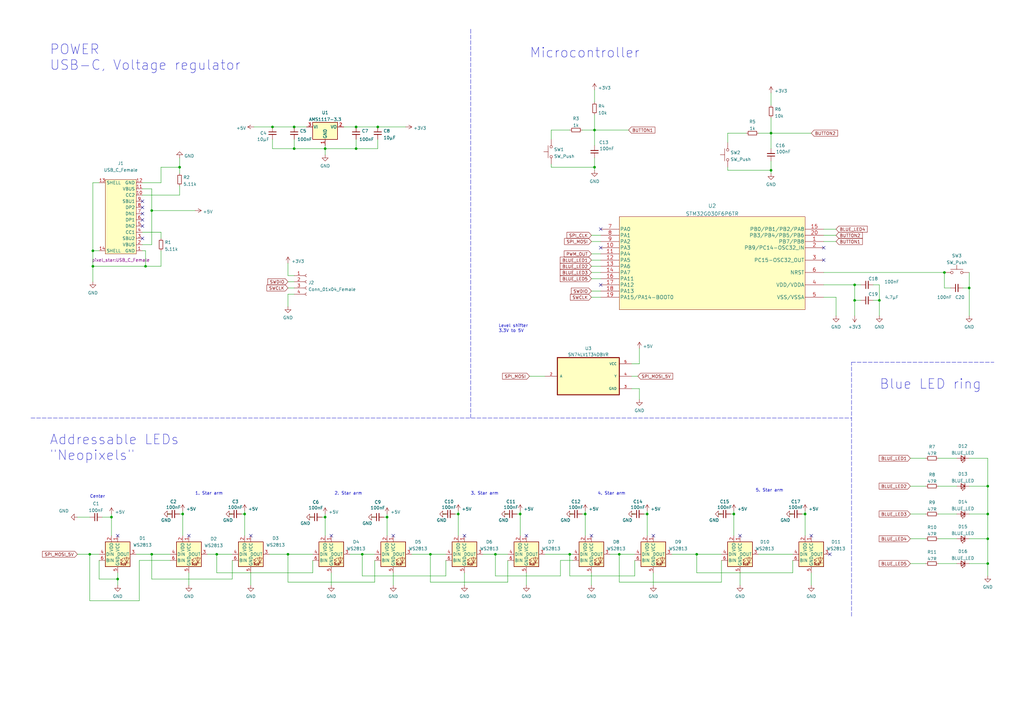
<source format=kicad_sch>
(kicad_sch (version 20211123) (generator eeschema)
  (paper "A3")
  (title_block (title "Pixel Star") (date "2022-10-20") (rev "0") (comment 1 "Author: Jacek") (comment 2 "Small star-shaped neopixel LED decoration"))
  (junction (at 243.84 53.34))
  (junction (at 100.33 210.82))
  (junction (at 120.65 60.96))
  (junction (at 387.35 111.76))
  (junction (at 405.13 220.98))
  (junction (at 300.99 210.82))
  (junction (at 405.13 231.14))
  (junction (at 59.69 109.22))
  (junction (at 88.9 227.33))
  (junction (at 405.13 199.39))
  (junction (at 254 227.33))
  (junction (at 74.93 210.82))
  (junction (at 36.83 227.33))
  (junction (at 120.65 52.07))
  (junction (at 146.05 52.07))
  (junction (at 316.23 54.61))
  (junction (at 265.43 210.82))
  (junction (at 350.52 123.19))
  (junction (at 73.66 68.58))
  (junction (at 62.23 86.36))
  (junction (at 133.35 212.09))
  (junction (at 397.51 118.11))
  (junction (at 38.1 102.87))
  (junction (at 240.03 210.82))
  (junction (at 62.23 227.33))
  (junction (at 285.75 227.33))
  (junction (at 350.52 116.84))
  (junction (at 213.36 210.82))
  (junction (at 330.2 210.82))
  (junction (at 405.13 210.82))
  (junction (at 45.72 212.09))
  (junction (at 187.96 210.82))
  (junction (at 118.11 227.33))
  (junction (at 154.94 52.07))
  (junction (at 148.59 227.33))
  (junction (at 38.1 109.22))
  (junction (at 243.84 68.58))
  (junction (at 48.26 237.49))
  (junction (at 133.35 60.96))
  (junction (at 360.68 123.19))
  (junction (at 146.05 60.96))
  (junction (at 203.2 227.33))
  (junction (at 158.75 212.09))
  (junction (at 316.23 69.85))
  (junction (at 111.76 52.07))
  (junction (at 176.53 227.33))
  (junction (at 233.68 227.33))
  (no_connect (at 102.87 219.71))
  (no_connect (at 77.47 219.71))
  (no_connect (at 161.29 219.71))
  (no_connect (at 242.57 219.71))
  (no_connect (at 215.9 219.71))
  (no_connect (at 190.5 219.71))
  (no_connect (at 135.89 219.71))
  (no_connect (at 267.97 219.71))
  (no_connect (at 48.26 219.71))
  (no_connect (at 303.53 219.71))
  (no_connect (at 332.74 219.71))
  (no_connect (at 340.36 227.33))
  (no_connect (at 246.38 101.6))
  (no_connect (at 58.42 97.79))
  (no_connect (at 58.42 92.71))
  (no_connect (at 58.42 87.63))
  (no_connect (at 58.42 90.17))
  (no_connect (at 58.42 85.09))
  (no_connect (at 58.42 82.55))
  (no_connect (at 337.82 101.6))
  (no_connect (at 337.82 106.68))
  (no_connect (at 246.38 116.84))
  (no_connect (at 246.38 93.98))
  (wire (pts (xy 58.42 100.33) (xy 62.23 100.33)))
  (wire (pts (xy 120.65 52.07) (xy 125.73 52.07)))
  (wire (pts (xy 298.45 58.42) (xy 298.45 54.61)))
  (wire (pts (xy 59.69 109.22) (xy 38.1 109.22)))
  (wire (pts (xy 148.59 236.22) (xy 148.59 227.33)))
  (wire (pts (xy 40.64 237.49) (xy 48.26 237.49)))
  (wire (pts (xy 133.35 60.96) (xy 133.35 63.5)))
  (wire (pts (xy 397.51 187.96) (xy 405.13 187.96)))
  (wire (pts (xy 223.52 227.33) (xy 233.68 227.33)))
  (wire (pts (xy 337.82 99.06) (xy 342.9 99.06)))
  (wire (pts (xy 242.57 104.14) (xy 246.38 104.14)))
  (wire (pts (xy 88.9 227.33) (xy 95.25 227.33)))
  (wire (pts (xy 298.45 69.85) (xy 316.23 69.85)))
  (wire (pts (xy 133.35 210.82) (xy 133.35 212.09)))
  (wire (pts (xy 154.94 60.96) (xy 146.05 60.96)))
  (wire (pts (xy 405.13 231.14) (xy 405.13 236.22)))
  (wire (pts (xy 267.97 234.95) (xy 267.97 240.03)))
  (wire (pts (xy 350.52 123.19) (xy 353.06 123.19)))
  (wire (pts (xy 58.42 102.87) (xy 59.69 102.87)))
  (wire (pts (xy 208.28 229.87) (xy 208.28 238.76)))
  (wire (pts (xy 132.08 212.09) (xy 133.35 212.09)))
  (wire (pts (xy 405.13 220.98) (xy 405.13 231.14)))
  (wire (pts (xy 226.06 57.15) (xy 226.06 53.34)))
  (polyline (pts (xy 193.006 11.9694) (xy 193.04 11.9694)))
  (wire (pts (xy 373.38 187.96) (xy 379.73 187.96)))
  (polyline (pts (xy 193.04 171.45) (xy 193.04 11.9694)))
  (wire (pts (xy 358.14 116.84) (xy 360.68 116.84)))
  (wire (pts (xy 203.2 227.33) (xy 208.28 227.33)))
  (wire (pts (xy 111.76 57.15) (xy 111.76 60.96)))
  (wire (pts (xy 62.23 237.49) (xy 62.23 227.33)))
  (wire (pts (xy 45.72 212.09) (xy 45.72 219.71)))
  (wire (pts (xy 337.82 121.92) (xy 342.9 121.92)))
  (wire (pts (xy 48.26 237.49) (xy 48.26 240.03)))
  (wire (pts (xy 58.42 77.47) (xy 62.23 77.47)))
  (wire (pts (xy 299.72 210.82) (xy 300.99 210.82)))
  (wire (pts (xy 143.51 227.33) (xy 148.59 227.33)))
  (wire (pts (xy 360.68 116.84) (xy 360.68 123.19)))
  (wire (pts (xy 73.66 68.58) (xy 73.66 71.12)))
  (wire (pts (xy 55.88 227.33) (xy 62.23 227.33)))
  (wire (pts (xy 242.57 111.76) (xy 246.38 111.76)))
  (wire (pts (xy 234.95 210.82) (xy 233.68 210.82)))
  (wire (pts (xy 350.52 123.19) (xy 350.52 129.54)))
  (wire (pts (xy 66.04 74.93) (xy 66.04 68.58)))
  (wire (pts (xy 397.51 118.11) (xy 397.51 129.54)))
  (wire (pts (xy 275.59 227.33) (xy 285.75 227.33)))
  (wire (pts (xy 384.81 187.96) (xy 392.43 187.96)))
  (wire (pts (xy 384.81 220.98) (xy 392.43 220.98)))
  (wire (pts (xy 285.75 227.33) (xy 295.91 227.33)))
  (wire (pts (xy 234.95 229.87) (xy 229.87 229.87)))
  (wire (pts (xy 229.87 229.87) (xy 229.87 236.22)))
  (wire (pts (xy 57.15 246.38) (xy 36.83 246.38)))
  (wire (pts (xy 157.48 212.09) (xy 158.75 212.09)))
  (wire (pts (xy 198.12 227.33) (xy 203.2 227.33)))
  (wire (pts (xy 182.88 210.82) (xy 181.61 210.82)))
  (polyline (pts (xy 12.7 171.45) (xy 349.25 171.45)))
  (wire (pts (xy 384.81 199.39) (xy 392.43 199.39)))
  (wire (pts (xy 73.66 210.82) (xy 74.93 210.82)))
  (wire (pts (xy 62.23 227.33) (xy 69.85 227.33)))
  (wire (pts (xy 295.91 229.87) (xy 295.91 238.76)))
  (wire (pts (xy 397.51 220.98) (xy 405.13 220.98)))
  (wire (pts (xy 186.69 210.82) (xy 187.96 210.82)))
  (wire (pts (xy 387.35 118.11) (xy 387.35 111.76)))
  (wire (pts (xy 120.65 57.15) (xy 120.65 60.96)))
  (wire (pts (xy 66.04 109.22) (xy 59.69 109.22)))
  (wire (pts (xy 118.11 238.76) (xy 118.11 227.33)))
  (wire (pts (xy 295.91 210.82) (xy 294.64 210.82)))
  (wire (pts (xy 262.255 159.385) (xy 259.08 159.385)))
  (wire (pts (xy 208.28 210.82) (xy 207.01 210.82)))
  (wire (pts (xy 215.9 234.95) (xy 215.9 240.03)))
  (wire (pts (xy 373.38 220.98) (xy 379.73 220.98)))
  (wire (pts (xy 146.05 60.96) (xy 133.35 60.96)))
  (wire (pts (xy 260.35 236.22) (xy 233.68 236.22)))
  (wire (pts (xy 208.28 238.76) (xy 176.53 238.76)))
  (wire (pts (xy 342.9 121.92) (xy 342.9 129.54)))
  (wire (pts (xy 316.23 69.85) (xy 316.23 71.12)))
  (wire (pts (xy 394.97 118.11) (xy 397.51 118.11)))
  (polyline (pts (xy 349.25 148.59) (xy 407.67 148.59)))
  (wire (pts (xy 85.09 227.33) (xy 88.9 227.33)))
  (wire (pts (xy 118.11 115.57) (xy 120.65 115.57)))
  (wire (pts (xy 62.23 86.36) (xy 80.01 86.36)))
  (wire (pts (xy 99.06 210.82) (xy 100.33 210.82)))
  (wire (pts (xy 264.16 210.82) (xy 265.43 210.82)))
  (wire (pts (xy 69.85 229.87) (xy 57.15 229.87)))
  (wire (pts (xy 88.9 234.95) (xy 128.27 234.95)))
  (wire (pts (xy 38.1 102.87) (xy 40.64 102.87)))
  (wire (pts (xy 66.04 97.79) (xy 66.04 95.25)))
  (wire (pts (xy 38.1 109.22) (xy 38.1 115.57)))
  (wire (pts (xy 66.04 68.58) (xy 73.66 68.58)))
  (wire (pts (xy 118.11 118.11) (xy 120.65 118.11)))
  (wire (pts (xy 203.2 236.22) (xy 203.2 227.33)))
  (wire (pts (xy 350.52 116.84) (xy 353.06 116.84)))
  (wire (pts (xy 373.38 210.82) (xy 379.73 210.82)))
  (wire (pts (xy 285.75 234.95) (xy 285.75 227.33)))
  (wire (pts (xy 45.72 210.82) (xy 45.72 212.09)))
  (wire (pts (xy 373.38 231.14) (xy 379.73 231.14)))
  (wire (pts (xy 226.06 68.58) (xy 243.84 68.58)))
  (wire (pts (xy 168.91 227.33) (xy 176.53 227.33)))
  (wire (pts (xy 31.75 227.33) (xy 36.83 227.33)))
  (wire (pts (xy 120.65 113.03) (xy 118.11 113.03)))
  (wire (pts (xy 373.38 199.39) (xy 379.73 199.39)))
  (wire (pts (xy 242.57 106.68) (xy 246.38 106.68)))
  (wire (pts (xy 242.57 99.06) (xy 246.38 99.06)))
  (wire (pts (xy 187.96 210.82) (xy 187.96 219.71)))
  (wire (pts (xy 360.68 123.19) (xy 360.68 129.54)))
  (wire (pts (xy 242.57 109.22) (xy 246.38 109.22)))
  (wire (pts (xy 58.42 74.93) (xy 66.04 74.93)))
  (wire (pts (xy 265.43 210.82) (xy 265.43 219.71)))
  (wire (pts (xy 238.76 53.34) (xy 243.84 53.34)))
  (wire (pts (xy 213.36 210.82) (xy 213.36 219.71)))
  (wire (pts (xy 316.23 48.26) (xy 316.23 54.61)))
  (wire (pts (xy 332.74 234.95) (xy 332.74 240.03)))
  (wire (pts (xy 358.14 123.19) (xy 360.68 123.19)))
  (polyline (pts (xy 349.25 252.73) (xy 349.25 148.59)))
  (wire (pts (xy 59.69 102.87) (xy 59.69 109.22)))
  (wire (pts (xy 316.23 66.04) (xy 316.23 69.85)))
  (wire (pts (xy 182.88 236.22) (xy 148.59 236.22)))
  (wire (pts (xy 118.11 113.03) (xy 118.11 107.95)))
  (wire (pts (xy 262.255 163.83) (xy 262.255 159.385)))
  (wire (pts (xy 102.87 234.95) (xy 102.87 240.03)))
  (wire (pts (xy 41.91 212.09) (xy 45.72 212.09)))
  (wire (pts (xy 397.51 111.76) (xy 397.51 118.11)))
  (wire (pts (xy 298.45 54.61) (xy 306.07 54.61)))
  (wire (pts (xy 300.99 209.55) (xy 300.99 210.82)))
  (wire (pts (xy 316.23 54.61) (xy 332.74 54.61)))
  (wire (pts (xy 243.84 68.58) (xy 243.84 69.85)))
  (wire (pts (xy 100.33 209.55) (xy 100.33 210.82)))
  (wire (pts (xy 311.15 54.61) (xy 316.23 54.61)))
  (wire (pts (xy 120.65 60.96) (xy 133.35 60.96)))
  (wire (pts (xy 397.51 210.82) (xy 405.13 210.82)))
  (wire (pts (xy 337.82 111.76) (xy 387.35 111.76)))
  (wire (pts (xy 259.08 154.305) (xy 261.62 154.305)))
  (wire (pts (xy 62.23 100.33) (xy 62.23 86.36)))
  (wire (pts (xy 48.26 234.95) (xy 48.26 237.49)))
  (wire (pts (xy 226.06 53.34) (xy 233.68 53.34)))
  (wire (pts (xy 243.84 53.34) (xy 257.81 53.34)))
  (wire (pts (xy 74.93 209.55) (xy 74.93 210.82)))
  (wire (pts (xy 146.05 52.07) (xy 154.94 52.07)))
  (wire (pts (xy 384.81 210.82) (xy 392.43 210.82)))
  (wire (pts (xy 337.82 93.98) (xy 342.9 93.98)))
  (wire (pts (xy 405.13 187.96) (xy 405.13 199.39)))
  (wire (pts (xy 111.76 60.96) (xy 120.65 60.96)))
  (wire (pts (xy 243.84 64.77) (xy 243.84 68.58)))
  (wire (pts (xy 298.45 68.58) (xy 298.45 69.85)))
  (wire (pts (xy 118.11 227.33) (xy 128.27 227.33)))
  (wire (pts (xy 88.9 234.95) (xy 88.9 227.33)))
  (wire (pts (xy 31.75 212.09) (xy 36.83 212.09)))
  (wire (pts (xy 311.15 227.33) (xy 325.12 227.33)))
  (wire (pts (xy 57.15 229.87) (xy 57.15 246.38)))
  (wire (pts (xy 120.65 120.65) (xy 118.11 120.65)))
  (wire (pts (xy 128.27 229.87) (xy 128.27 234.95)))
  (wire (pts (xy 242.57 119.38) (xy 246.38 119.38)))
  (wire (pts (xy 285.75 234.95) (xy 325.12 234.95)))
  (wire (pts (xy 217.17 154.305) (xy 223.52 154.305)))
  (wire (pts (xy 242.57 114.3) (xy 246.38 114.3)))
  (wire (pts (xy 389.89 118.11) (xy 387.35 118.11)))
  (wire (pts (xy 316.23 54.61) (xy 316.23 60.96)))
  (wire (pts (xy 242.57 96.52) (xy 246.38 96.52)))
  (wire (pts (xy 110.49 227.33) (xy 118.11 227.33)))
  (wire (pts (xy 95.25 229.87) (xy 95.25 237.49)))
  (wire (pts (xy 316.23 38.1) (xy 316.23 43.18)))
  (wire (pts (xy 330.2 209.55) (xy 330.2 210.82)))
  (wire (pts (xy 350.52 116.84) (xy 350.52 123.19)))
  (wire (pts (xy 325.12 210.82) (xy 323.85 210.82)))
  (wire (pts (xy 242.57 121.92) (xy 246.38 121.92)))
  (wire (pts (xy 140.97 52.07) (xy 146.05 52.07)))
  (wire (pts (xy 153.67 212.09) (xy 152.4 212.09)))
  (wire (pts (xy 260.35 229.87) (xy 260.35 236.22)))
  (wire (pts (xy 330.2 210.82) (xy 330.2 219.71)))
  (wire (pts (xy 154.94 57.15) (xy 154.94 60.96)))
  (wire (pts (xy 161.29 234.95) (xy 161.29 240.03)))
  (wire (pts (xy 74.93 210.82) (xy 74.93 219.71)))
  (wire (pts (xy 337.82 116.84) (xy 350.52 116.84)))
  (wire (pts (xy 242.57 234.95) (xy 242.57 240.03)))
  (wire (pts (xy 243.84 36.83) (xy 243.84 41.91)))
  (wire (pts (xy 95.25 237.49) (xy 62.23 237.49)))
  (wire (pts (xy 243.84 53.34) (xy 243.84 59.69)))
  (wire (pts (xy 405.13 210.82) (xy 405.13 220.98)))
  (wire (pts (xy 337.82 96.52) (xy 342.9 96.52)))
  (wire (pts (xy 259.08 149.225) (xy 262.255 149.225)))
  (wire (pts (xy 153.67 238.76) (xy 118.11 238.76)))
  (wire (pts (xy 254 238.76) (xy 254 227.33)))
  (wire (pts (xy 77.47 234.95) (xy 77.47 240.03)))
  (wire (pts (xy 226.06 67.31) (xy 226.06 68.58)))
  (wire (pts (xy 384.81 231.14) (xy 392.43 231.14)))
  (wire (pts (xy 148.59 227.33) (xy 153.67 227.33)))
  (wire (pts (xy 233.68 227.33) (xy 233.68 236.22)))
  (wire (pts (xy 158.75 210.82) (xy 158.75 212.09)))
  (wire (pts (xy 176.53 227.33) (xy 182.88 227.33)))
  (wire (pts (xy 229.87 236.22) (xy 203.2 236.22)))
  (wire (pts (xy 254 227.33) (xy 260.35 227.33)))
  (wire (pts (xy 104.14 52.07) (xy 111.76 52.07)))
  (wire (pts (xy 38.1 102.87) (xy 38.1 109.22)))
  (wire (pts (xy 260.35 210.82) (xy 259.08 210.82)))
  (wire (pts (xy 190.5 234.95) (xy 190.5 240.03)))
  (wire (pts (xy 133.35 212.09) (xy 133.35 219.71)))
  (wire (pts (xy 38.1 74.93) (xy 38.1 102.87)))
  (wire (pts (xy 66.04 102.87) (xy 66.04 109.22)))
  (wire (pts (xy 100.33 210.82) (xy 100.33 219.71)))
  (wire (pts (xy 405.13 199.39) (xy 405.13 210.82)))
  (wire (pts (xy 40.64 229.87) (xy 40.64 237.49)))
  (wire (pts (xy 187.96 209.55) (xy 187.96 210.82)))
  (wire (pts (xy 397.51 199.39) (xy 405.13 199.39)))
  (wire (pts (xy 397.51 231.14) (xy 405.13 231.14)))
  (wire (pts (xy 133.35 59.69) (xy 133.35 60.96)))
  (wire (pts (xy 36.83 246.38) (xy 36.83 227.33)))
  (wire (pts (xy 182.88 229.87) (xy 182.88 236.22)))
  (wire (pts (xy 73.66 64.77) (xy 73.66 68.58)))
  (wire (pts (xy 36.83 227.33) (xy 40.64 227.33)))
  (wire (pts (xy 176.53 238.76) (xy 176.53 227.33)))
  (wire (pts (xy 250.19 227.33) (xy 254 227.33)))
  (wire (pts (xy 95.25 210.82) (xy 93.98 210.82)))
  (wire (pts (xy 328.93 210.82) (xy 330.2 210.82)))
  (wire (pts (xy 66.04 95.25) (xy 58.42 95.25)))
  (wire (pts (xy 265.43 209.55) (xy 265.43 210.82)))
  (wire (pts (xy 240.03 210.82) (xy 240.03 219.71)))
  (wire (pts (xy 212.09 210.82) (xy 213.36 210.82)))
  (wire (pts (xy 153.67 229.87) (xy 153.67 238.76)))
  (wire (pts (xy 303.53 234.95) (xy 303.53 240.03)))
  (wire (pts (xy 262.255 149.225) (xy 262.255 142.875)))
  (wire (pts (xy 238.76 210.82) (xy 240.03 210.82)))
  (wire (pts (xy 233.68 227.33) (xy 234.95 227.33)))
  (wire (pts (xy 40.64 74.93) (xy 38.1 74.93)))
  (wire (pts (xy 243.84 46.99) (xy 243.84 53.34)))
  (wire (pts (xy 325.12 229.87) (xy 325.12 234.95)))
  (wire (pts (xy 111.76 52.07) (xy 120.65 52.07)))
  (wire (pts (xy 146.05 57.15) (xy 146.05 60.96)))
  (wire (pts (xy 158.75 212.09) (xy 158.75 219.71)))
  (wire (pts (xy 295.91 238.76) (xy 254 238.76)))
  (wire (pts (xy 69.85 210.82) (xy 68.58 210.82)))
  (wire (pts (xy 62.23 77.47) (xy 62.23 86.36)))
  (wire (pts (xy 213.36 209.55) (xy 213.36 210.82)))
  (wire (pts (xy 240.03 209.55) (xy 240.03 210.82)))
  (wire (pts (xy 135.89 234.95) (xy 135.89 240.03)))
  (wire (pts (xy 154.94 52.07) (xy 166.37 52.07)))
  (wire (pts (xy 118.11 120.65) (xy 118.11 125.73)))
  (wire (pts (xy 128.27 212.09) (xy 127 212.09)))
  (wire (pts (xy 73.66 80.01) (xy 58.42 80.01)))
  (wire (pts (xy 73.66 76.2) (xy 73.66 80.01)))
  (wire (pts (xy 300.99 210.82) (xy 300.99 219.71)))
  (text "Level shifter \n3.3V to 5V" (at 204.47 136.525 0) (effects (font (size 1.27 1.27)) (justify left bottom)))
  (text "Addressable LEDs\n\"Neopixels\"" (at 20.32 189.23 0) (effects (font (size 4 4)) (justify left bottom)))
  (text "Microcontroller" (at 217.17 24.13 0) (effects (font (size 4 4)) (justify left bottom)))
  (text "3. Star arm" (at 193.04 203.2 0) (effects (font (size 1.27 1.27)) (justify left bottom)))
  (text "Center" (at 36.83 204.47 0) (effects (font (size 1.27 1.27)) (justify left bottom)))
  (text "Blue LED ring" (at 360.68 160.02 0) (effects (font (size 4 4)) (justify left bottom)))
  (text "POWER\nUSB-C, Voltage regulator\n" (at 20.32 29.21 0) (effects (font (size 4 4)) (justify left bottom)))
  (text "4. Star arm" (at 245.11 203.2 0) (effects (font (size 1.27 1.27)) (justify left bottom)))
  (text "1. Star arm" (at 80.01 203.2 0) (effects (font (size 1.27 1.27)) (justify left bottom)))
  (text "5. Star arm" (at 309.88 201.93 0) (effects (font (size 1.27 1.27)) (justify left bottom)))
  (text "2. Star arm" (at 137.16 203.2 0) (effects (font (size 1.27 1.27)) (justify left bottom)))
  (global_label "SPI_MOSI" (shape input) (at 217.17 154.305 180) (property "Intersheet References" "${INTERSHEET_REFS}" (effects hide)))
  (global_label "SPI_MOSI_5V" (shape input) (at 261.62 154.305 0) (property "Intersheet References" "${INTERSHEET_REFS}" (effects hide)))
  (global_label "BLUE_LED4" (shape input) (at 342.9 93.98 0) (property "Intersheet References" "${INTERSHEET_REFS}" (effects hide)))
  (global_label "BLUE_LED1" (shape input) (at 373.38 187.96 180) (property "Intersheet References" "${INTERSHEET_REFS}" (effects hide)))
  (global_label "BLUE_LED3" (shape input) (at 242.57 111.76 180) (property "Intersheet References" "${INTERSHEET_REFS}" (effects hide)))
  (global_label "BLUE_LED3" (shape input) (at 373.38 210.82 180) (property "Intersheet References" "${INTERSHEET_REFS}" (effects hide)))
  (global_label "SWCLK" (shape input) (at 242.57 121.92 180) (property "Intersheet References" "${INTERSHEET_REFS}" (effects hide)))
  (global_label "SPI_MOSI" (shape input) (at 242.57 99.06 180) (property "Intersheet References" "${INTERSHEET_REFS}" (effects hide)))
  (global_label "BLUE_LED2" (shape input) (at 242.57 109.22 180) (property "Intersheet References" "${INTERSHEET_REFS}" (effects hide)))
  (global_label "BLUE_LED5" (shape input) (at 242.57 114.3 180) (property "Intersheet References" "${INTERSHEET_REFS}" (effects hide)))
  (global_label "BUTTON1" (shape input) (at 342.9 99.06 0) (property "Intersheet References" "${INTERSHEET_REFS}" (effects hide)))
  (global_label "BLUE_LED1" (shape input) (at 242.57 106.68 180) (property "Intersheet References" "${INTERSHEET_REFS}" (effects hide)))
  (global_label "SWDIO" (shape input) (at 118.11 115.57 180) (property "Intersheet References" "${INTERSHEET_REFS}" (effects hide)))
  (global_label "BUTTON2" (shape input) (at 342.9 96.52 0) (property "Intersheet References" "${INTERSHEET_REFS}" (effects hide)))
  (global_label "BLUE_LED2" (shape input) (at 373.38 199.39 180) (property "Intersheet References" "${INTERSHEET_REFS}" (effects hide)))
  (global_label "PWM_OUT" (shape input) (at 242.57 104.14 180) (property "Intersheet References" "${INTERSHEET_REFS}" (effects hide)))
  (global_label "BLUE_LED5" (shape input) (at 373.38 231.14 180) (property "Intersheet References" "${INTERSHEET_REFS}" (effects hide)))
  (global_label "BLUE_LED4" (shape input) (at 373.38 220.98 180) (property "Intersheet References" "${INTERSHEET_REFS}" (effects hide)))
  (global_label "SPI_MOSI_5V" (shape input) (at 31.75 227.33 180) (property "Intersheet References" "${INTERSHEET_REFS}" (effects hide)))
  (global_label "BUTTON2" (shape input) (at 332.74 54.61 0) (property "Intersheet References" "${INTERSHEET_REFS}" (effects hide)))
  (global_label "SWCLK" (shape input) (at 118.11 118.11 180) (property "Intersheet References" "${INTERSHEET_REFS}" (effects hide)))
  (global_label "SPI_CLK" (shape input) (at 242.57 96.52 180) (property "Intersheet References" "${INTERSHEET_REFS}" (effects hide)))
  (global_label "BUTTON1" (shape input) (at 257.81 53.34 0) (property "Intersheet References" "${INTERSHEET_REFS}" (effects hide)))
  (global_label "SWDIO" (shape input) (at 242.57 119.38 180) (property "Intersheet References" "${INTERSHEET_REFS}" (effects hide)))
  (symbol (lib_id "Device:R_Small") (at 73.66 73.66 0) (unit 1)
    (property "Reference" "R2" (at 75.1586 72.7515 0) (effects (justify left)))
    (property "Value" "5.11k" (at 75.1586 75.5266 0) (effects (justify left)))
    (property "Footprint" "Resistor_SMD:R_0805_2012Metric_Pad1.20x1.40mm_HandSolder" (effects hide))
    (property "Link" "https://www.lcsc.com/product-detail/Chip-Resistor-Surface-Mount_UNI-ROYAL-Uniroyal-Elec-0805W8F5111T5E_C46039.html" (effects hide))
  )
  (symbol (lib_id "Device:R_Small") (at 243.84 44.45 180) (unit 1)
    (property "Reference" "R4" (at 245.3386 43.5415 0) (effects (justify right)))
    (property "Value" "10k" (at 245.3386 46.3166 0) (effects (justify right)))
    (property "Footprint" "Resistor_SMD:R_0805_2012Metric_Pad1.20x1.40mm_HandSolder" (effects hide))
    (property "Link" "https://www.lcsc.com/product-detail/Chip-Resistor-Surface-Mount_UNI-ROYAL-Uniroyal-Elec-0805W8F1002T5E_C17414.html" (effects hide))
  )
  (symbol (lib_id "power:GND") (at 208.28 210.82 270) (unit 1)
    (property "Reference" "#PWR027" (effects hide))
    (property "Value" "GND" (at 204.47 213.36 90) (effects (justify left)))
  )
  (symbol (lib_id "Device:R_Small") (at 382.27 231.14 90) (unit 1)
    (property "Reference" "R11" (at 382.27 226.4369 90))
    (property "Value" "47R" (at 382.27 229.212 90))
    (property "Footprint" "LED_SMD:LED_0805_2012Metric_Pad1.15x1.40mm_HandSolder" (effects hide))
    (property "Link" "https://www.lcsc.com/product-detail/Chip-Resistor-Surface-Mount_Walsin-Tech-Corp-WR08X47R0FTL_C168456.html" (effects hide))
  )
  (symbol (lib_id "power:GND") (at 242.57 240.03 0) (unit 1)
    (property "Reference" "#PWR034" (effects hide))
    (property "Value" "GND" (at 242.57 244.5925 0))
  )
  (symbol (lib_id "power:+5V") (at 158.75 210.82 0) (unit 1)
    (property "Reference" "#PWR021" (effects hide))
    (property "Value" "+5V" (at 160.147 210.029 0) (effects (justify left)))
  )
  (symbol (lib_id "power:GND") (at 316.23 71.12 0) (unit 1)
    (property "Reference" "#PWR042" (effects hide))
    (property "Value" "GND" (at 316.23 75.6825 0))
  )
  (symbol (lib_id "Device:C_Small") (at 261.62 210.82 90) (unit 1)
    (property "Reference" "C14" (at 261.62 205.74 90))
    (property "Value" "100nF" (at 261.6263 208.0665 90))
    (property "Footprint" "Capacitor_SMD:C_0805_2012Metric_Pad1.18x1.45mm_HandSolder" (effects hide))
    (property "Link" "https://www.lcsc.com/product-detail/Multilayer-Ceramic-Capacitors-MLCC-SMD-SMT_CCTC-TCC0805X7R104K500DT_C282732.html" (effects hide))
  )
  (symbol (lib_id "power:GND") (at 342.9 129.54 0) (unit 1)
    (property "Reference" "#PWR046" (effects hide))
    (property "Value" "GND" (at 342.9 134.1025 0))
  )
  (symbol (lib_id "LED:WS2813") (at 190.5 227.33 0) (unit 1)
    (property "Reference" "D6" (at 200.66 222.25 0))
    (property "Value" "WS2813" (at 200.66 225.0251 0))
    (property "Footprint" "LED_SMD:LED_WS2812_PLCC6_5.0x5.0mm_P1.6mm" (effects hide))
    (property "Datasheet" "http://www.normandled.com/upload/201605/WS2813%20LED%20Datasheet.pdf" (effects hide))
    (property "Link" "https://www.lcsc.com/product-detail/Light-Emitting-Diodes-LED_Worldsemi-WS2813E_C160214.html" (effects hide))
  )
  (symbol (lib_id "Device:R_Small") (at 236.22 53.34 90) (unit 1)
    (property "Reference" "R3" (at 236.22 48.6369 90))
    (property "Value" "1k" (at 236.22 51.412 90))
    (property "Footprint" "Resistor_SMD:R_0805_2012Metric_Pad1.20x1.40mm_HandSolder" (effects hide))
    (property "Link" "https://www.lcsc.com/product-detail/Chip-Resistor-Surface-Mount_FOJAN-FRC0805F1001TS_C2907232.html" (effects hide))
  )
  (symbol (lib_id "power:GND") (at 262.255 163.83 0) (unit 1)
    (property "Reference" "#PWR052" (effects hide))
    (property "Value" "GND" (at 262.255 168.3925 0))
  )
  (symbol (lib_id "power:GND") (at 215.9 240.03 0) (unit 1)
    (property "Reference" "#PWR029" (effects hide))
    (property "Value" "GND" (at 215.9 244.5925 0))
  )
  (symbol (lib_id "power:GND") (at 153.67 212.09 270) (unit 1)
    (property "Reference" "#PWR020" (effects hide))
    (property "Value" "GND" (at 148.59 214.63 90) (effects (justify left)))
  )
  (symbol (lib_id "power:GND") (at 332.74 240.03 0) (unit 1)
    (property "Reference" "#PWR045" (effects hide))
    (property "Value" "GND" (at 332.74 244.5925 0))
  )
  (symbol (lib_id "power:GND") (at 48.26 240.03 0) (unit 1)
    (property "Reference" "#PWR04" (effects hide))
    (property "Value" "GND" (at 48.26 244.5925 0))
  )
  (symbol (lib_id "Device:R_Small") (at 382.27 210.82 90) (unit 1)
    (property "Reference" "R9" (at 382.27 206.1169 90))
    (property "Value" "47R" (at 382.27 208.892 90))
    (property "Footprint" "LED_SMD:LED_0805_2012Metric_Pad1.15x1.40mm_HandSolder" (effects hide))
    (property "Link" "https://www.lcsc.com/product-detail/Chip-Resistor-Surface-Mount_Walsin-Tech-Corp-WR08X47R0FTL_C168456.html" (effects hide))
  )
  (symbol (lib_id "Device:C_Small") (at 355.6 123.19 90) (unit 1)
    (property "Reference" "C19" (at 358.14 120.65 90))
    (property "Value" "4.7µF" (at 365.76 121.92 90))
    (property "Footprint" "Capacitor_SMD:C_1206_3216Metric_Pad1.33x1.80mm_HandSolder" (effects hide))
    (property "Link" "https://www.lcsc.com/product-detail/Multilayer-Ceramic-Capacitors-MLCC-SMD-SMT_Samwha-Capacitor-CS3216X7R475K160NRI_C5189824.html" (effects hide))
  )
  (symbol (lib_id "Device:C_Small") (at 297.18 210.82 90) (unit 1)
    (property "Reference" "C15" (at 297.18 205.74 90))
    (property "Value" "100nF" (at 297.1863 208.0665 90))
    (property "Footprint" "Capacitor_SMD:C_0805_2012Metric_Pad1.18x1.45mm_HandSolder" (effects hide))
    (property "Link" "https://www.lcsc.com/product-detail/Multilayer-Ceramic-Capacitors-MLCC-SMD-SMT_CCTC-TCC0805X7R104K500DT_C282732.html" (effects hide))
  )
  (symbol (lib_id "power:GND") (at 73.66 64.77 180) (unit 1)
    (property "Reference" "#PWR05" (effects hide))
    (property "Value" "GND" (at 75.565 63.979 0) (effects (justify right)))
  )
  (symbol (lib_id "power:+3.3V") (at 166.37 52.07 270) (unit 1)
    (property "Reference" "#PWR022" (effects hide))
    (property "Value" "+3.3V" (at 169.545 52.549 90) (effects (justify left)))
  )
  (symbol (lib_id "Device:C_Small") (at 154.94 212.09 90) (unit 1)
    (property "Reference" "C9" (at 154.9337 205.9535 90))
    (property "Value" "100nF" (at 154.94 208.28 90))
    (property "Footprint" "Capacitor_SMD:C_0805_2012Metric_Pad1.18x1.45mm_HandSolder" (effects hide))
    (property "Link" "https://www.lcsc.com/product-detail/Multilayer-Ceramic-Capacitors-MLCC-SMD-SMT_CCTC-TCC0805X7R104K500DT_C282732.html" (effects hide))
  )
  (symbol (lib_id "power:GND") (at 95.25 210.82 270) (unit 1)
    (property "Reference" "#PWR010" (effects hide))
    (property "Value" "GND" (at 91.44 213.36 90) (effects (justify left)))
  )
  (symbol (lib_id "LED:WS2813") (at 135.89 227.33 0) (unit 1)
    (property "Reference" "D4" (at 146.05 222.25 0))
    (property "Value" "WS2813" (at 146.05 225.0251 0))
    (property "Footprint" "LED_SMD:LED_WS2812_PLCC6_5.0x5.0mm_P1.6mm" (effects hide))
    (property "Datasheet" "http://www.normandled.com/upload/201605/WS2813%20LED%20Datasheet.pdf" (effects hide))
    (property "Link" "https://www.lcsc.com/product-detail/Light-Emitting-Diodes-LED_Worldsemi-WS2813E_C160214.html" (effects hide))
  )
  (symbol (lib_id "power:GND") (at 260.35 210.82 270) (unit 1)
    (property "Reference" "#PWR035" (effects hide))
    (property "Value" "GND" (at 255.27 213.36 90) (effects (justify left)))
  )
  (symbol (lib_id "Device:C_Small") (at 316.23 63.5 180) (unit 1)
    (property "Reference" "C16" (at 320.04 59.69 0))
    (property "Value" "100nF" (at 321.31 62.23 0))
    (property "Footprint" "Capacitor_SMD:C_0805_2012Metric_Pad1.18x1.45mm_HandSolder" (effects hide))
    (property "Link" "https://www.lcsc.com/product-detail/Multilayer-Ceramic-Capacitors-MLCC-SMD-SMT_CCTC-TCC0805X7R104K500DT_C282732.html" (effects hide))
  )
  (symbol (lib_id "power:+5V") (at 133.35 210.82 0) (unit 1)
    (property "Reference" "#PWR018" (effects hide))
    (property "Value" "+5V" (at 134.747 210.029 0) (effects (justify left)))
  )
  (symbol (lib_id "power:GND") (at 303.53 240.03 0) (unit 1)
    (property "Reference" "#PWR040" (effects hide))
    (property "Value" "GND" (at 303.53 244.5925 0))
  )
  (symbol (lib_id "Switch:SW_Push") (at 298.45 63.5 90) (unit 1)
    (property "Reference" "SW2" (at 299.593 62.5915 90) (effects (justify right)))
    (property "Value" "SW_Push" (at 299.593 65.3666 90) (effects (justify right)))
    (property "Footprint" "pixel_star:K2-1107ST-A4DW-06" (effects hide))
    (property "Link" "https://www.lcsc.com/product-detail/Tactile-Switches_Korean-Hroparts-Elec-K2-1107ST-A4DW-06_C118141.html" (effects hide))
  )
  (symbol (lib_id "Device:R_Small") (at 308.61 54.61 90) (unit 1)
    (property "Reference" "R5" (at 308.61 49.9069 90))
    (property "Value" "1k" (at 308.61 52.682 90))
    (property "Footprint" "Resistor_SMD:R_0805_2012Metric_Pad1.20x1.40mm_HandSolder" (effects hide))
    (property "Link" "https://www.lcsc.com/product-detail/Chip-Resistor-Surface-Mount_FOJAN-FRC0805F1001TS_C2907232.html" (effects hide))
  )
  (symbol (lib_id "power:+5V") (at 240.03 209.55 0) (unit 1)
    (property "Reference" "#PWR033" (effects hide))
    (property "Value" "+5V" (at 241.427 208.759 0) (effects (justify left)))
  )
  (symbol (lib_id "Device:C_Small") (at 129.54 212.09 90) (unit 1)
    (property "Reference" "C6" (at 129.5337 205.9535 90))
    (property "Value" "100nF" (at 129.54 208.28 90))
    (property "Footprint" "Capacitor_SMD:C_0805_2012Metric_Pad1.18x1.45mm_HandSolder" (effects hide))
    (property "Link" "https://www.lcsc.com/product-detail/Multilayer-Ceramic-Capacitors-MLCC-SMD-SMT_CCTC-TCC0805X7R104K500DT_C282732.html" (effects hide))
  )
  (symbol (lib_id "power:+5V") (at 187.96 209.55 0) (unit 1)
    (property "Reference" "#PWR025" (effects hide))
    (property "Value" "+5V" (at 189.357 208.759 0) (effects (justify left)))
  )
  (symbol (lib_id "power:+5V") (at 80.01 86.36 270) (unit 1)
    (property "Reference" "#PWR07" (effects hide))
    (property "Value" "+5V" (at 83.185 86.839 90) (effects (justify left)))
  )
  (symbol (lib_id "power:+5V") (at 262.255 142.875 0) (unit 1)
    (property "Reference" "#PWR051" (effects hide))
    (property "Value" "+5V" (at 263.652 142.0388 0) (effects (justify left)))
  )
  (symbol (lib_id "power:+3.3V") (at 350.52 129.54 180) (unit 1)
    (property "Reference" "#PWR047" (effects hide))
    (property "Value" "+3.3V" (at 350.52 134.1025 0))
  )
  (symbol (lib_id "LED:WS2813") (at 77.47 227.33 0) (unit 1)
    (property "Reference" "D2" (at 87.63 220.98 0))
    (property "Value" "WS2813" (at 87.63 223.7551 0))
    (property "Footprint" "LED_SMD:LED_WS2812_PLCC6_5.0x5.0mm_P1.6mm" (effects hide))
    (property "Datasheet" "http://www.normandled.com/upload/201605/WS2813%20LED%20Datasheet.pdf" (effects hide))
    (property "Link" "https://www.lcsc.com/product-detail/Light-Emitting-Diodes-LED_Worldsemi-WS2813E_C160214.html" (effects hide))
  )
  (symbol (lib_id "LED:WS2813") (at 161.29 227.33 0) (unit 1)
    (property "Reference" "D5" (at 171.45 222.25 0))
    (property "Value" "WS2813" (at 171.45 225.0251 0))
    (property "Footprint" "LED_SMD:LED_WS2812_PLCC6_5.0x5.0mm_P1.6mm" (effects hide))
    (property "Datasheet" "http://www.normandled.com/upload/201605/WS2813%20LED%20Datasheet.pdf" (effects hide))
    (property "Link" "https://www.lcsc.com/product-detail/Light-Emitting-Diodes-LED_Worldsemi-WS2813E_C160214.html" (effects hide))
  )
  (symbol (lib_id "power:GND") (at 69.85 210.82 270) (unit 1)
    (property "Reference" "#PWR06" (effects hide))
    (property "Value" "GND" (at 66.04 213.36 90) (effects (justify left)))
  )
  (symbol (lib_id "power:GND") (at 267.97 240.03 0) (unit 1)
    (property "Reference" "#PWR037" (effects hide))
    (property "Value" "GND" (at 267.97 244.5925 0))
  )
  (symbol (lib_id "Device:C_Small") (at 392.43 118.11 90) (unit 1)
    (property "Reference" "C20" (at 393.7 121.92 90))
    (property "Value" "100nF" (at 387.35 121.92 90))
    (property "Footprint" "Capacitor_SMD:C_0805_2012Metric_Pad1.18x1.45mm_HandSolder" (effects hide))
    (property "Link" "https://www.lcsc.com/product-detail/Multilayer-Ceramic-Capacitors-MLCC-SMD-SMT_CCTC-TCC0805X7R104K500DT_C282732.html" (effects hide))
  )
  (symbol (lib_id "Device:C_Small") (at 111.76 54.61 0) (unit 1)
    (property "Reference" "C4" (at 106.68 54.61 0) (effects (justify left)))
    (property "Value" "10µF" (at 105.41 57.15 0) (effects (justify left)))
    (property "Footprint" "Capacitor_SMD:C_1206_3216Metric_Pad1.33x1.80mm_HandSolder" (effects hide))
    (property "Link" "https://www.lcsc.com/product-detail/Multilayer-Ceramic-Capacitors-MLCC-SMD-SMT_Samsung-Electro-Mechanics-CL31B106KAHNNNE_C14860.html" (effects hide))
  )
  (symbol (lib_id "Device:LED_Small") (at 394.97 210.82 180) (unit 1)
    (property "Reference" "D14" (at 394.9065 205.8375 0))
    (property "Value" "BLUE_LED" (at 394.9065 208.6126 0))
    (property "Footprint" "LED_SMD:LED_1206_3216Metric_Pad1.42x1.75mm_HandSolder" (effects hide))
    (property "Link" "https://www.lcsc.com/product-detail/Light-Emitting-Diodes-LED_XINGLIGHT-XL-3216UGC_C965825.html" (effects hide))
  )
  (symbol (lib_id "power:+5V") (at 213.36 209.55 0) (unit 1)
    (property "Reference" "#PWR028" (effects hide))
    (property "Value" "+5V" (at 214.757 208.759 0) (effects (justify left)))
  )
  (symbol (lib_id "pixel_star:SN74LV1T34DBVR") (at 241.3 154.305 0) (unit 1)
    (property "Reference" "U3" (at 241.3 142.909 0))
    (property "Value" "SN74LV1T34DBVR" (at 241.3 145.4459 0))
    (property "Footprint" "SOT95P280X145-5N" (effects hide))
    (property "Link" "https://www.lcsc.com/product-detail/Buffers-Drivers_Texas-Instruments-SN74LV1T34DBVR_C100024.html" (effects hide))
  )
  (symbol (lib_id "Device:LED_Small") (at 394.97 220.98 180) (unit 1)
    (property "Reference" "D15" (at 394.9065 215.9975 0))
    (property "Value" "BLUE_LED" (at 394.9065 218.7726 0))
    (property "Footprint" "LED_SMD:LED_1206_3216Metric_Pad1.42x1.75mm_HandSolder" (effects hide))
    (property "Link" "https://www.lcsc.com/product-detail/Light-Emitting-Diodes-LED_XINGLIGHT-XL-3216UGC_C965825.html" (effects hide))
  )
  (symbol (lib_id "Device:C_Small") (at 355.6 116.84 90) (unit 1)
    (property "Reference" "C18" (at 358.14 114.3 90))
    (property "Value" "100nF" (at 365.76 115.57 90))
    (property "Footprint" "Capacitor_SMD:C_0805_2012Metric_Pad1.18x1.45mm_HandSolder" (effects hide))
    (property "Link" "https://www.lcsc.com/product-detail/Multilayer-Ceramic-Capacitors-MLCC-SMD-SMT_CCTC-TCC0805X7R104K500DT_C282732.html" (effects hide))
  )
  (symbol (lib_id "Device:C_Small") (at 120.65 54.61 0) (unit 1)
    (property "Reference" "C5" (at 122.9741 53.7078 0) (effects (justify left)))
    (property "Value" "100nF" (at 121.92 57.15 0) (effects (justify left)))
    (property "Footprint" "Capacitor_SMD:C_0805_2012Metric_Pad1.18x1.45mm_HandSolder" (effects hide))
    (property "Link" "https://www.lcsc.com/product-detail/Multilayer-Ceramic-Capacitors-MLCC-SMD-SMT_CCTC-TCC0805X7R104K500DT_C282732.html" (effects hide))
  )
  (symbol (lib_id "Connector:Conn_01x04_Female") (at 125.73 115.57 0) (unit 1)
    (property "Reference" "J2" (at 126.4412 115.9315 0) (effects (justify left)))
    (property "Value" "Conn_01x04_Female" (at 126.4412 118.7066 0) (effects (justify left)))
    (property "Footprint" "Connector_Molex:Molex_PicoBlade_53261-0471_1x04-1MP_P1.25mm_Horizontal" (effects hide))
    (property "Link" "https://www.lcsc.com/product-detail/Wire-To-Board-Wire-To-Wire-Connector_MOLEX-532610471_C240847.html" (effects hide))
  )
  (symbol (lib_id "power:+5V") (at 100.33 209.55 0) (unit 1)
    (property "Reference" "#PWR012" (effects hide))
    (property "Value" "+5V" (at 101.727 208.759 0) (effects (justify left)))
  )
  (symbol (lib_id "power:GND") (at 234.95 210.82 270) (unit 1)
    (property "Reference" "#PWR030" (effects hide))
    (property "Value" "GND" (at 229.87 213.36 90) (effects (justify left)))
  )
  (symbol (lib_id "Device:C_Small") (at 243.84 62.23 180) (unit 1)
    (property "Reference" "C13" (at 247.65 58.42 0))
    (property "Value" "100nF" (at 248.92 60.96 0))
    (property "Footprint" "Capacitor_SMD:C_0805_2012Metric_Pad1.18x1.45mm_HandSolder" (effects hide))
    (property "Link" "https://www.lcsc.com/product-detail/Multilayer-Ceramic-Capacitors-MLCC-SMD-SMT_CCTC-TCC0805X7R104K500DT_C282732.html" (effects hide))
  )
  (symbol (lib_id "power:+5V") (at 265.43 209.55 0) (unit 1)
    (property "Reference" "#PWR036" (effects hide))
    (property "Value" "+5V" (at 266.827 208.759 0) (effects (justify left)))
  )
  (symbol (lib_id "Device:R_Small") (at 382.27 187.96 90) (unit 1)
    (property "Reference" "R7" (at 382.27 183.2569 90))
    (property "Value" "47R" (at 382.27 186.032 90))
    (property "Footprint" "LED_SMD:LED_0805_2012Metric_Pad1.15x1.40mm_HandSolder" (effects hide))
    (property "Link" "https://www.lcsc.com/product-detail/Chip-Resistor-Surface-Mount_Walsin-Tech-Corp-WR08X47R0FTL_C168456.html" (effects hide))
  )
  (symbol (lib_id "Device:C_Small") (at 146.05 54.61 0) (unit 1)
    (property "Reference" "C7" (at 148.3741 53.7078 0) (effects (justify left)))
    (property "Value" "100nF" (at 147.32 57.15 0) (effects (justify left)))
    (property "Footprint" "Capacitor_SMD:C_0805_2012Metric_Pad1.18x1.45mm_HandSolder" (effects hide))
    (property "Link" "https://www.lcsc.com/product-detail/Multilayer-Ceramic-Capacitors-MLCC-SMD-SMT_CCTC-TCC0805X7R104K500DT_C282732.html" (effects hide))
  )
  (symbol (lib_id "power:GND") (at 190.5 240.03 0) (unit 1)
    (property "Reference" "#PWR026" (effects hide))
    (property "Value" "GND" (at 190.5 244.5925 0))
  )
  (symbol (lib_id "power:GND") (at 397.51 129.54 0) (unit 1)
    (property "Reference" "#PWR049" (effects hide))
    (property "Value" "GND" (at 397.51 134.1025 0))
  )
  (symbol (lib_id "power:GND") (at 360.68 129.54 0) (unit 1)
    (property "Reference" "#PWR048" (effects hide))
    (property "Value" "GND" (at 360.68 134.1025 0))
  )
  (symbol (lib_id "Device:C_Small") (at 154.94 54.61 0) (unit 1)
    (property "Reference" "C8" (at 157.2641 53.7078 0) (effects (justify left)))
    (property "Value" "10µF" (at 157.2641 56.4829 0) (effects (justify left)))
    (property "Footprint" "Capacitor_SMD:C_1206_3216Metric_Pad1.33x1.80mm_HandSolder" (effects hide))
    (property "Link" "https://www.lcsc.com/product-detail/Multilayer-Ceramic-Capacitors-MLCC-SMD-SMT_Samsung-Electro-Mechanics-CL31B106KAHNNNE_C14860.html" (effects hide))
  )
  (symbol (lib_id "Device:LED_Small") (at 394.97 187.96 180) (unit 1)
    (property "Reference" "D12" (at 394.9065 182.9775 0))
    (property "Value" "BLUE_LED" (at 394.9065 185.7526 0))
    (property "Footprint" "LED_SMD:LED_1206_3216Metric_Pad1.42x1.75mm_HandSolder" (effects hide))
    (property "Link" "https://www.lcsc.com/product-detail/Light-Emitting-Diodes-LED_XINGLIGHT-XL-3216UGC_C965825.html" (effects hide))
  )
  (symbol (lib_id "Device:C_Small") (at 209.55 210.82 90) (unit 1)
    (property "Reference" "C11" (at 209.55 205.74 90))
    (property "Value" "100nF" (at 209.5563 208.0665 90))
    (property "Footprint" "Capacitor_SMD:C_0805_2012Metric_Pad1.18x1.45mm_HandSolder" (effects hide))
    (property "Link" "https://www.lcsc.com/product-detail/Multilayer-Ceramic-Capacitors-MLCC-SMD-SMT_CCTC-TCC0805X7R104K500DT_C282732.html" (effects hide))
  )
  (symbol (lib_id "power:+5V") (at 45.72 210.82 0) (unit 1)
    (property "Reference" "#PWR03" (effects hide))
    (property "Value" "+5V" (at 47.117 210.029 0) (effects (justify left)))
  )
  (symbol (lib_id "power:+5V") (at 74.93 209.55 0) (unit 1)
    (property "Reference" "#PWR08" (effects hide))
    (property "Value" "+5V" (at 76.327 208.759 0) (effects (justify left)))
  )
  (symbol (lib_id "Device:R_Small") (at 66.04 100.33 0) (unit 1)
    (property "Reference" "R1" (at 67.5386 99.4215 0) (effects (justify left)))
    (property "Value" "5.11k" (at 67.5386 102.1966 0) (effects (justify left)))
    (property "Footprint" "Resistor_SMD:R_0805_2012Metric_Pad1.20x1.40mm_HandSolder" (effects hide))
    (property "Link" "https://www.lcsc.com/product-detail/Chip-Resistor-Surface-Mount_UNI-ROYAL-Uniroyal-Elec-0805W8F5111T5E_C46039.html" (effects hide))
  )
  (symbol (lib_id "power:+3.3V") (at 316.23 38.1 0) (unit 1)
    (property "Reference" "#PWR041" (effects hide))
    (property "Value" "+3.3V" (at 317.627 37.309 0) (effects (justify left)))
  )
  (symbol (lib_id "LED:WS2813") (at 48.26 227.33 0) (unit 1)
    (property "Reference" "D1" (at 58.42 220.7449 0))
    (property "Value" "WS2813" (at 58.42 223.52 0))
    (property "Footprint" "LED_SMD:LED_WS2812_PLCC6_5.0x5.0mm_P1.6mm" (effects hide))
    (property "Datasheet" "http://www.normandled.com/upload/201605/WS2813%20LED%20Datasheet.pdf" (effects hide))
    (property "Link" "https://www.lcsc.com/product-detail/Light-Emitting-Diodes-LED_Worldsemi-WS2813E_C160214.html" (effects hide))
  )
  (symbol (lib_id "power:GND") (at 325.12 210.82 270) (unit 1)
    (property "Reference" "#PWR043" (effects hide))
    (property "Value" "GND" (at 320.04 213.36 90) (effects (justify left)))
  )
  (symbol (lib_id "LED:WS2813") (at 102.87 227.33 0) (unit 1)
    (property "Reference" "D3" (at 113.03 220.7449 0))
    (property "Value" "WS2813" (at 113.03 223.52 0))
    (property "Footprint" "LED_SMD:LED_WS2812_PLCC6_5.0x5.0mm_P1.6mm" (effects hide))
    (property "Datasheet" "http://www.normandled.com/upload/201605/WS2813%20LED%20Datasheet.pdf" (effects hide))
    (property "Link" "https://www.lcsc.com/product-detail/Light-Emitting-Diodes-LED_Worldsemi-WS2813E_C160214.html" (effects hide))
  )
  (symbol (lib_id "LED:WS2813") (at 242.57 227.33 0) (unit 1)
    (property "Reference" "D8" (at 252.73 222.25 0))
    (property "Value" "WS2813" (at 252.73 225.0251 0))
    (property "Footprint" "LED_SMD:LED_WS2812_PLCC6_5.0x5.0mm_P1.6mm" (effects hide))
    (property "Datasheet" "http://www.normandled.com/upload/201605/WS2813%20LED%20Datasheet.pdf" (effects hide))
    (property "Link" "https://www.lcsc.com/product-detail/Light-Emitting-Diodes-LED_Worldsemi-WS2813E_C160214.html" (effects hide))
  )
  (symbol (lib_id "Device:C_Small") (at 326.39 210.82 90) (unit 1)
    (property "Reference" "C17" (at 326.39 205.74 90))
    (property "Value" "100nF" (at 326.3963 208.0665 90))
    (property "Footprint" "Capacitor_SMD:C_0805_2012Metric_Pad1.18x1.45mm_HandSolder" (effects hide))
    (property "Link" "https://www.lcsc.com/product-detail/Multilayer-Ceramic-Capacitors-MLCC-SMD-SMT_CCTC-TCC0805X7R104K500DT_C282732.html" (effects hide))
  )
  (symbol (lib_id "Device:R_Small") (at 382.27 199.39 90) (unit 1)
    (property "Reference" "R8" (at 382.27 194.6869 90))
    (property "Value" "47R" (at 382.27 197.462 90))
    (property "Footprint" "LED_SMD:LED_0805_2012Metric_Pad1.15x1.40mm_HandSolder" (effects hide))
    (property "Link" "https://www.lcsc.com/product-detail/Chip-Resistor-Surface-Mount_Walsin-Tech-Corp-WR08X47R0FTL_C168456.html" (effects hide))
  )
  (symbol (lib_id "Device:C_Small") (at 236.22 210.82 90) (unit 1)
    (property "Reference" "C12" (at 236.22 205.74 90))
    (property "Value" "100nF" (at 236.2263 208.0665 90))
    (property "Footprint" "Capacitor_SMD:C_0805_2012Metric_Pad1.18x1.45mm_HandSolder" (effects hide))
    (property "Link" "https://www.lcsc.com/product-detail/Multilayer-Ceramic-Capacitors-MLCC-SMD-SMT_CCTC-TCC0805X7R104K500DT_C282732.html" (effects hide))
  )
  (symbol (lib_id "power:+5V") (at 300.99 209.55 0) (unit 1)
    (property "Reference" "#PWR039" (effects hide))
    (property "Value" "+5V" (at 302.387 208.759 0) (effects (justify left)))
  )
  (symbol (lib_id "power:GND") (at 161.29 240.03 0) (unit 1)
    (property "Reference" "#PWR023" (effects hide))
    (property "Value" "GND" (at 161.29 244.5925 0))
  )
  (symbol (lib_id "power:+5V") (at 104.14 52.07 90) (unit 1)
    (property "Reference" "#PWR011" (effects hide))
    (property "Value" "+5V" (at 100.9651 52.549 90) (effects (justify left)))
  )
  (symbol (lib_id "Device:C_Small") (at 96.52 210.82 90) (unit 1)
    (property "Reference" "C3" (at 96.52 205.74 90))
    (property "Value" "100nF" (at 96.5263 208.0665 90))
    (property "Footprint" "Capacitor_SMD:C_0805_2012Metric_Pad1.18x1.45mm_HandSolder" (effects hide))
    (property "Link" "https://www.lcsc.com/product-detail/Multilayer-Ceramic-Capacitors-MLCC-SMD-SMT_CCTC-TCC0805X7R104K500DT_C282732.html" (effects hide))
  )
  (symbol (lib_id "power:GND") (at 102.87 240.03 0) (unit 1)
    (property "Reference" "#PWR013" (effects hide))
    (property "Value" "GND" (at 102.87 244.5925 0))
  )
  (symbol (lib_id "Device:C_Small") (at 39.37 212.09 90) (unit 1)
    (property "Reference" "C1" (at 39.3763 206.5614 90))
    (property "Value" "100nF" (at 39.3763 209.3365 90))
    (property "Footprint" "Capacitor_SMD:C_0805_2012Metric_Pad1.18x1.45mm_HandSolder" (effects hide))
    (property "Link" "https://www.lcsc.com/product-detail/Multilayer-Ceramic-Capacitors-MLCC-SMD-SMT_CCTC-TCC0805X7R104K500DT_C282732.html" (effects hide))
  )
  (symbol (lib_id "Device:LED_Small") (at 394.97 231.14 180) (unit 1)
    (property "Reference" "D16" (at 394.9065 226.1575 0))
    (property "Value" "BLUE_LED" (at 394.9065 228.9326 0))
    (property "Footprint" "LED_SMD:LED_1206_3216Metric_Pad1.42x1.75mm_HandSolder" (effects hide))
    (property "Link" "https://www.lcsc.com/product-detail/Light-Emitting-Diodes-LED_XINGLIGHT-XL-3216UGC_C965825.html" (effects hide))
  )
  (symbol (lib_id "power:GND") (at 38.1 115.57 0) (unit 1)
    (property "Reference" "#PWR01" (effects hide))
    (property "Value" "GND" (at 38.1 120.1325 0))
  )
  (symbol (lib_id "power:GND") (at 405.13 236.22 0) (unit 1)
    (property "Reference" "#PWR050" (effects hide))
    (property "Value" "GND" (at 405.13 240.7825 0))
  )
  (symbol (lib_id "power:+5V") (at 330.2 209.55 0) (unit 1)
    (property "Reference" "#PWR044" (effects hide))
    (property "Value" "+5V" (at 331.597 208.759 0) (effects (justify left)))
  )
  (symbol (lib_id "Switch:SW_Push") (at 392.43 111.76 0) (unit 1)
    (property "Reference" "SW3" (at 392.43 104.8725 0))
    (property "Value" "SW_Push" (at 392.43 107.6476 0))
    (property "Footprint" "pixel_star:K2-1107ST-A4DW-06" (effects hide))
    (property "Link" "https://www.lcsc.com/product-detail/Tactile-Switches_Korean-Hroparts-Elec-K2-1107ST-A4DW-06_C118141.html" (effects hide))
  )
  (symbol (lib_id "Device:C_Small") (at 184.15 210.82 90) (unit 1)
    (property "Reference" "C10" (at 184.15 205.74 90))
    (property "Value" "100nF" (at 184.1563 208.0665 90))
    (property "Footprint" "Capacitor_SMD:C_0805_2012Metric_Pad1.18x1.45mm_HandSolder" (effects hide))
    (property "Link" "https://www.lcsc.com/product-detail/Multilayer-Ceramic-Capacitors-MLCC-SMD-SMT_CCTC-TCC0805X7R104K500DT_C282732.html" (effects hide))
  )
  (symbol (lib_id "Device:R_Small") (at 382.27 220.98 90) (unit 1)
    (property "Reference" "R10" (at 382.27 216.2769 90))
    (property "Value" "47R" (at 382.27 219.052 90))
    (property "Footprint" "LED_SMD:LED_0805_2012Metric_Pad1.15x1.40mm_HandSolder" (effects hide))
    (property "Link" "https://www.lcsc.com/product-detail/Chip-Resistor-Surface-Mount_Walsin-Tech-Corp-WR08X47R0FTL_C168456.html" (effects hide))
  )
  (symbol (lib_id "Device:C_Small") (at 71.12 210.82 90) (unit 1)
    (property "Reference" "C2" (at 71.12 205.74 90))
    (property "Value" "100nF" (at 71.1263 208.0665 90))
    (property "Footprint" "Capacitor_SMD:C_0805_2012Metric_Pad1.18x1.45mm_HandSolder" (effects hide))
    (property "Link" "https://www.lcsc.com/product-detail/Multilayer-Ceramic-Capacitors-MLCC-SMD-SMT_CCTC-TCC0805X7R104K500DT_C282732.html" (effects hide))
  )
  (symbol (lib_id "Regulator_Linear:AMS1117-3.3") (at 133.35 52.07 0) (unit 1)
    (property "Reference" "U1" (at 133.35 46.1985 0))
    (property "Value" "AMS1117-3.3" (at 133.35 48.9736 0))
    (property "Footprint" "Package_TO_SOT_SMD:SOT-223-3_TabPin2" (effects hide))
    (property "Datasheet" "http://www.advanced-monolithic.com/pdf/ds1117.pdf" (effects hide))
    (property "Link" "https://www.lcsc.com/product-detail/Linear-Voltage-Regulators-LDO_HEERMICR-AMS1117-3-3_C5199435.html" (effects hide))
  )
  (symbol (lib_id "power:GND") (at 243.84 69.85 0) (unit 1)
    (property "Reference" "#PWR032" (effects hide))
    (property "Value" "GND" (at 243.84 74.4125 0))
  )
  (symbol (lib_id "power:GND") (at 182.88 210.82 270) (unit 1)
    (property "Reference" "#PWR024" (effects hide))
    (property "Value" "GND" (at 179.07 213.36 90) (effects (justify left)))
  )
  (symbol (lib_id "power:GND") (at 128.27 212.09 270) (unit 1)
    (property "Reference" "#PWR017" (effects hide))
    (property "Value" "GND" (at 123.19 214.63 90) (effects (justify left)))
  )
  (symbol (lib_id "LED:WS2813") (at 303.53 227.33 0) (unit 1)
    (property "Reference" "D10" (at 313.69 222.25 0))
    (property "Value" "WS2813" (at 313.69 225.0251 0))
    (property "Footprint" "LED_SMD:LED_WS2812_PLCC6_5.0x5.0mm_P1.6mm" (effects hide))
    (property "Datasheet" "http://www.normandled.com/upload/201605/WS2813%20LED%20Datasheet.pdf" (effects hide))
    (property "Link" "https://www.lcsc.com/product-detail/Light-Emitting-Diodes-LED_Worldsemi-WS2813E_C160214.html" (effects hide))
  )
  (symbol (lib_id "Device:LED_Small") (at 394.97 199.39 180) (unit 1)
    (property "Reference" "D13" (at 394.9065 194.4075 0))
    (property "Value" "BLUE_LED" (at 394.9065 197.1826 0))
    (property "Footprint" "LED_SMD:LED_1206_3216Metric_Pad1.42x1.75mm_HandSolder" (effects hide))
    (property "Link" "https://www.lcsc.com/product-detail/Light-Emitting-Diodes-LED_XINGLIGHT-XL-3216UGC_C965825.html" (effects hide))
  )
  (symbol (lib_id "pixel_star:STM32G030F6P6TR") (at 246.38 93.98 0) (unit 1)
    (property "Reference" "U2" (at 292.1 84.4326 0) (effects (font (size 1.524 1.524))))
    (property "Value" "STM32G030F6P6TR" (at 292.1 87.7116 0) (effects (font (size 1.524 1.524))))
    (property "Footprint" "pixel_star:STM32G030F6P6TR" (effects hide))
    (property "Link" "https://www.lcsc.com/product-detail/Microcontroller-Units-MCUs-MPUs-SOCs_STMicroelectronics-STM32G030F6P6TR_C529330.html" (effects hide))
  )
  (symbol (lib_id "pixel_star:USB_C_Female") (at 49.53 88.9 180) (unit 1)
    (property "Reference" "J1" (at 49.53 66.9691 0))
    (property "Value" "USB_C_Female" (at 49.53 69.7442 0))
    (property "Footprint" "pixel_star:USB_C_Female" (at 49.53 106.68 0))
    (property "Link" "https://www.lcsc.com/product-detail/USB-Connectors_SHOU-HAN-TYPE-C-16PIN-2MD-073_C2765186.html" (effects hide))
  )
  (symbol (lib_id "power:+3.3V") (at 243.84 36.83 0) (unit 1)
    (property "Reference" "#PWR031" (effects hide))
    (property "Value" "+3.3V" (at 245.237 36.039 0) (effects (justify left)))
  )
  (symbol (lib_id "power:GND") (at 133.35 63.5 0) (unit 1)
    (property "Reference" "#PWR016" (effects hide))
    (property "Value" "GND" (at 133.35 68.0625 0))
  )
  (symbol (lib_id "LED:WS2813") (at 215.9 227.33 0) (unit 1)
    (property "Reference" "D7" (at 226.06 222.25 0))
    (property "Value" "WS2813" (at 226.06 225.0251 0))
    (property "Footprint" "LED_SMD:LED_WS2812_PLCC6_5.0x5.0mm_P1.6mm" (effects hide))
    (property "Datasheet" "http://www.normandled.com/upload/201605/WS2813%20LED%20Datasheet.pdf" (effects hide))
    (property "Link" "https://www.lcsc.com/product-detail/Light-Emitting-Diodes-LED_Worldsemi-WS2813E_C160214.html" (effects hide))
  )
  (symbol (lib_id "power:GND") (at 118.11 125.73 0) (unit 1)
    (property "Reference" "#PWR015" (effects hide))
    (property "Value" "GND" (at 118.11 130.2925 0))
  )
  (symbol (lib_id "power:GND") (at 77.47 240.03 0) (unit 1)
    (property "Reference" "#PWR09" (effects hide))
    (property "Value" "GND" (at 77.47 244.5925 0))
  )
  (symbol (lib_id "Device:R_Small") (at 316.23 45.72 180) (unit 1)
    (property "Reference" "R6" (at 317.7286 44.8115 0) (effects (justify right)))
    (property "Value" "10k" (at 317.7286 47.5866 0) (effects (justify right)))
    (property "Footprint" "Resistor_SMD:R_0805_2012Metric_Pad1.20x1.40mm_HandSolder" (effects hide))
    (property "Link" "https://www.lcsc.com/product-detail/Chip-Resistor-Surface-Mount_UNI-ROYAL-Uniroyal-Elec-0805W8F1002T5E_C17414.html" (effects hide))
  )
  (symbol (lib_id "pixel_star:K2-1107ST-A4DW-06") (at 226.06 62.23 90) (unit 1)
    (property "Reference" "SW1" (at 227.203 61.3215 90) (effects (justify right)))
    (property "Value" "SW_Push" (at 227.203 64.0966 90) (effects (justify right)))
    (property "Footprint" "pixel_star:K2-1107ST-A4DW-06" (effects hide))
    (property "Link" "https://www.lcsc.com/product-detail/Tactile-Switches_Korean-Hroparts-Elec-K2-1107ST-A4DW-06_C118141.html" (effects hide))
  )
  (symbol (lib_id "power:+3.3V") (at 118.11 107.95 0) (unit 1)
    (property "Reference" "#PWR014" (effects hide))
    (property "Value" "+3.3V" (at 119.507 107.159 0) (effects (justify left)))
  )
  (symbol (lib_id "power:GND") (at 135.89 240.03 0) (unit 1)
    (property "Reference" "#PWR019" (effects hide))
    (property "Value" "GND" (at 135.89 244.5925 0))
  )
  (symbol (lib_id "LED:WS2813") (at 267.97 227.33 0) (unit 1)
    (property "Reference" "D9" (at 278.13 222.25 0))
    (property "Value" "WS2813" (at 278.13 225.0251 0))
    (property "Footprint" "LED_SMD:LED_WS2812_PLCC6_5.0x5.0mm_P1.6mm" (effects hide))
    (property "Datasheet" "http://www.normandled.com/upload/201605/WS2813%20LED%20Datasheet.pdf" (effects hide))
    (property "Link" "https://www.lcsc.com/product-detail/Light-Emitting-Diodes-LED_Worldsemi-WS2813E_C160214.html" (effects hide))
  )
  (symbol (lib_id "LED:WS2813") (at 332.74 227.33 0) (unit 1)
    (property "Reference" "D11" (at 342.9 222.25 0))
    (property "Value" "WS2813" (at 342.9 225.0251 0))
    (property "Footprint" "LED_SMD:LED_WS2812_PLCC6_5.0x5.0mm_P1.6mm" (effects hide))
    (property "Datasheet" "http://www.normandled.com/upload/201605/WS2813%20LED%20Datasheet.pdf" (effects hide))
    (property "Link" "https://www.lcsc.com/product-detail/Light-Emitting-Diodes-LED_Worldsemi-WS2813E_C160214.html" (effects hide))
  )
  (symbol (lib_id "power:GND") (at 31.75 212.09 270) (unit 1)
    (property "Reference" "#PWR02" (effects hide))
    (property "Value" "GND" (at 24.13 209.55 90) (effects (justify left)))
  )
  (symbol (lib_id "power:GND") (at 295.91 210.82 270) (unit 1)
    (property "Reference" "#PWR038" (effects hide))
    (property "Value" "GND" (at 290.83 213.36 90) (effects (justify left)))
  )
)
</source>
